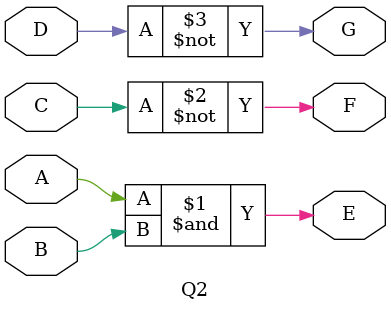
<source format=v>
/*module abcd (A,B,C,F);
input A,B,C;
output F;
wire D,E;
and a1 (D,A,B);
not n1 (E,C);
or o1 (F,D,E);
//assign out = in1 & in2;
endmodule

module decoder (A,B,Y);
input A,B;
output [3:0]Y;

reg[3:0]Y
always @(A or B)
	case({A,B})
		2'b00:Y = {4'b1110};
		2'b01:Y = {4'b1101};
		2'b10:Y = {4'b1011};
	default:Y = {4'b0111};
	endcase
endmodule*/
/*
module Q1 (A,B,C,D,out);
input A,B,C,D;
output out;
wire E,F,G;
or o1 (E,A,B);
and a1 (F,C,D);
xor x1 (G,~E,F);
not n1 (out,G);
endmodule
*/
module Q2 (A,B,C,D,E,F,G);
input A,B,C,D;
output E,F,G;
and a1 (E,A,B);
not n1 (F,C);
not n2 (G,D);
endmodule
</source>
